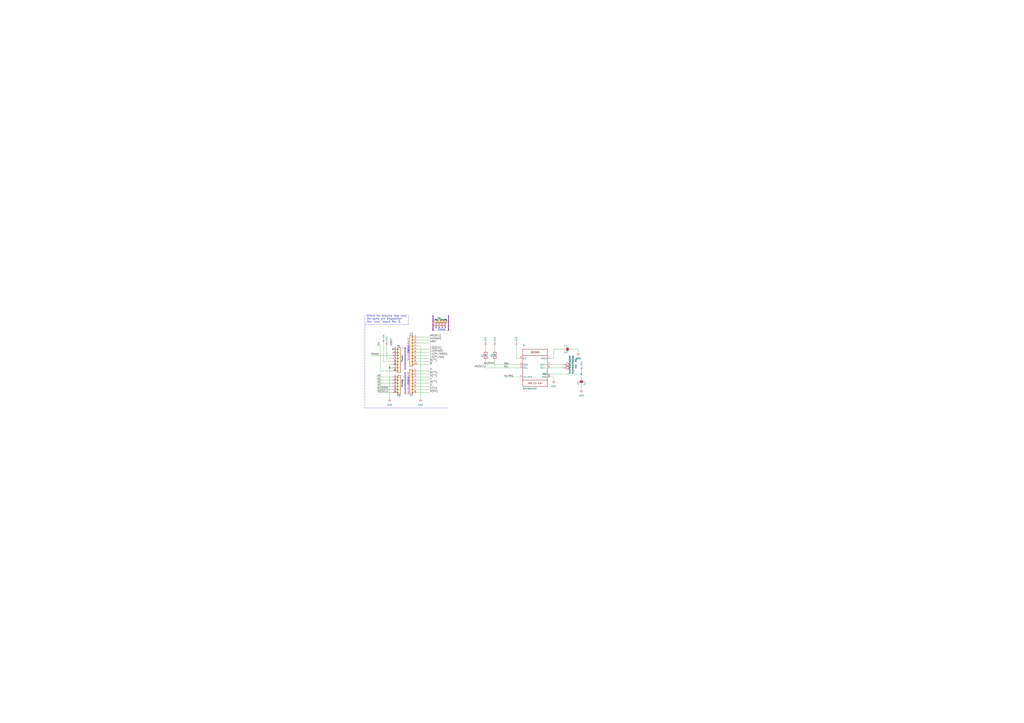
<source format=kicad_sch>
(kicad_sch (version 20211123) (generator eeschema)
  (paper "A1")
  (title_block (date "lun. 30 mars 2015"))
  (lib_symbols
    (symbol "ArduinoShield-eagle-import:CAP_CERAMIC0805-NOOUTLINE"
      (property "Reference" "C" (at -2.29 1.25 90))
      (property "Value" "CAP_CERAMIC0805-NOOUTLINE" (at 2.3 1.25 90))
      (symbol "CAP_CERAMIC0805-NOOUTLINE_1_0"
        (rectangle (start -1.27 0.508) (end 1.27 1.016) (fill (type outline)))
        (rectangle (start -1.27 1.524) (end 1.27 2.032) (fill (type outline)))
        (polyline (pts (xy 0 0.762) (xy 0 0)) (stroke (width 0.1524)))
        (polyline (pts (xy 0 2.54) (xy 0 1.778)) (stroke (width 0.1524)))
        (pin passive line (at 0 5.08 270) (length 2.54) (name "1") (number "1"))
        (pin passive line (at 0 -2.54 90) (length 2.54) (name "2") (number "2"))
      )
    )
    (symbol "ArduinoShield-eagle-import:DRV2605_SOP"
      (property "Reference" "U" (at -10.16 17.78 0))
      (property "Value" "DRV2605_SOP" (at -10.16 -17.78 0))
      (symbol "DRV2605_SOP_1_0"
        (polyline (pts (xy -10.16 -15.24) (xy 10.16 -15.24)) (stroke (width 0.254)))
        (polyline (pts (xy -10.16 -10.16) (xy -10.16 -15.24)) (stroke (width 0.254)))
        (polyline (pts (xy -10.16 -10.16) (xy -10.16 10.16)) (stroke (width 0.254)))
        (polyline (pts (xy -10.16 10.16) (xy -10.16 15.24)) (stroke (width 0.254)))
        (polyline (pts (xy -10.16 10.16) (xy 10.16 10.16)) (stroke (width 0.254)))
        (polyline (pts (xy -10.16 15.24) (xy 10.16 15.24)) (stroke (width 0.254)))
        (polyline (pts (xy 10.16 -15.24) (xy 10.16 -10.16)) (stroke (width 0.254)))
        (polyline (pts (xy 10.16 -10.16) (xy -10.16 -10.16)) (stroke (width 0.254)))
        (polyline (pts (xy 10.16 10.16) (xy 10.16 -10.16)) (stroke (width 0.254)))
        (polyline (pts (xy 10.16 15.24) (xy 10.16 10.16)) (stroke (width 0.254)))
        (text "DRV2605" (at 0 12.7 0) (effects (font (size 1.27 1.0795))))
        (text "VDD: 2.5-5.5V" (at 0 -12.7 0) (effects (font (size 1.27 1.0795))))
        (pin output line (at 12.7 7.62 180) (length 2.54) (name "VREG") (number "1"))
        (pin power_in line (at 12.7 -5.08 180) (length 2.54) (name "VDD") (number "10"))
        (pin input line (at -12.7 0 0) (length 2.54) (name "SCL") (number "2"))
        (pin bidirectional line (at -12.7 2.54 0) (length 2.54) (name "SDA") (number "3"))
        (pin input line (at -12.7 -7.62 0) (length 2.54) (name "IN/TRIG") (number "4"))
        (pin input line (at -12.7 7.62 0) (length 2.54) (name "EN") (number "5"))
        (pin power_in line (at 12.7 -5.08 180) (length 2.54) (name "VDD") (number "6"))
        (pin output line (at 12.7 2.54 180) (length 2.54) (name "OUT+") (number "7"))
        (pin power_in line (at 12.7 -7.62 180) (length 2.54) (name "GND") (number "8"))
        (pin output line (at 12.7 0 180) (length 2.54) (name "OUT-") (number "9"))
      )
    )
    (symbol "ArduinoShield-eagle-import:RESISTOR0805_NOOUTLINE"
      (property "Reference" "R" (at 0 2.54 0))
      (property "Value" "RESISTOR0805_NOOUTLINE" (at 0 0 0))
      (symbol "RESISTOR0805_NOOUTLINE_1_0"
        (polyline (pts (xy -2.54 -1.27) (xy -2.54 1.27)) (stroke (width 0.254)))
        (polyline (pts (xy -2.54 1.27) (xy 2.54 1.27)) (stroke (width 0.254)))
        (polyline (pts (xy 2.54 -1.27) (xy -2.54 -1.27)) (stroke (width 0.254)))
        (polyline (pts (xy 2.54 1.27) (xy 2.54 -1.27)) (stroke (width 0.254)))
        (pin passive line (at -5.08 0 0) (length 2.54) (name "1") (number "1"))
        (pin passive line (at 5.08 0 180) (length 2.54) (name "2") (number "2"))
      )
    )
    (symbol "ArduinoShield-eagle-import:TESTPOINTPAD2MM"
      (property "Reference" "TP" (at -2.54 7.62 0))
      (property "Value" "TESTPOINTPAD2MM" (at -2.54 5.715 0))
      (symbol "TESTPOINTPAD2MM_1_0"
        (circle (center 0 3.81) (radius 1.27) (stroke (width 0.254)))
        (pin bidirectional line (at 0 0 90) (length 2.54) (name "P$1") (number "P$1"))
      )
    )
    (symbol "Connector_Generic:Conn_01x01" (pin_names (offset 1.016) hide)
      (property "Reference" "J" (at 0 2.54 0))
      (property "Value" "Conn_01x01" (at 0 -2.54 0))
      (symbol "Conn_01x01_1_1"
        (rectangle (start -1.27 0.127) (end 0 -0.127) (stroke (width 0.1524)))
        (rectangle (start -1.27 1.27) (end 1.27 -1.27) (stroke (width 0.254)) (fill (type background)))
        (pin passive line (at -5.08 0 0) (length 3.81) (name "Pin_1") (number "1"))
      )
    )
    (symbol "Connector_Generic:Conn_01x06" (pin_names (offset 1.016) hide)
      (property "Reference" "J" (at 0 7.62 0))
      (property "Value" "Conn_01x06" (at 0 -10.16 0))
      (symbol "Conn_01x06_1_1"
        (rectangle (start -1.27 -7.493) (end 0 -7.747) (stroke (width 0.1524)))
        (rectangle (start -1.27 -4.953) (end 0 -5.207) (stroke (width 0.1524)))
        (rectangle (start -1.27 -2.413) (end 0 -2.667) (stroke (width 0.1524)))
        (rectangle (start -1.27 0.127) (end 0 -0.127) (stroke (width 0.1524)))
        (rectangle (start -1.27 2.667) (end 0 2.413) (stroke (width 0.1524)))
        (rectangle (start -1.27 5.207) (end 0 4.953) (stroke (width 0.1524)))
        (rectangle (start -1.27 6.35) (end 1.27 -8.89) (stroke (width 0.254)) (fill (type background)))
        (pin passive line (at -5.08 5.08 0) (length 3.81) (name "Pin_1") (number "1"))
        (pin passive line (at -5.08 2.54 0) (length 3.81) (name "Pin_2") (number "2"))
        (pin passive line (at -5.08 0 0) (length 3.81) (name "Pin_3") (number "3"))
        (pin passive line (at -5.08 -2.54 0) (length 3.81) (name "Pin_4") (number "4"))
        (pin passive line (at -5.08 -5.08 0) (length 3.81) (name "Pin_5") (number "5"))
        (pin passive line (at -5.08 -7.62 0) (length 3.81) (name "Pin_6") (number "6"))
      )
    )
    (symbol "Connector_Generic:Conn_01x08" (pin_names (offset 1.016) hide)
      (property "Reference" "J" (at 0 10.16 0))
      (property "Value" "Conn_01x08" (at 0 -12.7 0))
      (symbol "Conn_01x08_1_1"
        (rectangle (start -1.27 -10.033) (end 0 -10.287) (stroke (width 0.1524)))
        (rectangle (start -1.27 -7.493) (end 0 -7.747) (stroke (width 0.1524)))
        (rectangle (start -1.27 -4.953) (end 0 -5.207) (stroke (width 0.1524)))
        (rectangle (start -1.27 -2.413) (end 0 -2.667) (stroke (width 0.1524)))
        (rectangle (start -1.27 0.127) (end 0 -0.127) (stroke (width 0.1524)))
        (rectangle (start -1.27 2.667) (end 0 2.413) (stroke (width 0.1524)))
        (rectangle (start -1.27 5.207) (end 0 4.953) (stroke (width 0.1524)))
        (rectangle (start -1.27 7.747) (end 0 7.493) (stroke (width 0.1524)))
        (rectangle (start -1.27 8.89) (end 1.27 -11.43) (stroke (width 0.254)) (fill (type background)))
        (pin passive line (at -5.08 7.62 0) (length 3.81) (name "Pin_1") (number "1"))
        (pin passive line (at -5.08 5.08 0) (length 3.81) (name "Pin_2") (number "2"))
        (pin passive line (at -5.08 2.54 0) (length 3.81) (name "Pin_3") (number "3"))
        (pin passive line (at -5.08 0 0) (length 3.81) (name "Pin_4") (number "4"))
        (pin passive line (at -5.08 -2.54 0) (length 3.81) (name "Pin_5") (number "5"))
        (pin passive line (at -5.08 -5.08 0) (length 3.81) (name "Pin_6") (number "6"))
        (pin passive line (at -5.08 -7.62 0) (length 3.81) (name "Pin_7") (number "7"))
        (pin passive line (at -5.08 -10.16 0) (length 3.81) (name "Pin_8") (number "8"))
      )
    )
    (symbol "Connector_Generic:Conn_01x10" (pin_names (offset 1.016) hide)
      (property "Reference" "J" (at 0 12.7 0))
      (property "Value" "Conn_01x10" (at 0 -15.24 0))
      (symbol "Conn_01x10_1_1"
        (rectangle (start -1.27 -12.573) (end 0 -12.827) (stroke (width 0.1524)))
        (rectangle (start -1.27 -10.033) (end 0 -10.287) (stroke (width 0.1524)))
        (rectangle (start -1.27 -7.493) (end 0 -7.747) (stroke (width 0.1524)))
        (rectangle (start -1.27 -4.953) (end 0 -5.207) (stroke (width 0.1524)))
        (rectangle (start -1.27 -2.413) (end 0 -2.667) (stroke (width 0.1524)))
        (rectangle (start -1.27 0.127) (end 0 -0.127) (stroke (width 0.1524)))
        (rectangle (start -1.27 2.667) (end 0 2.413) (stroke (width 0.1524)))
        (rectangle (start -1.27 5.207) (end 0 4.953) (stroke (width 0.1524)))
        (rectangle (start -1.27 7.747) (end 0 7.493) (stroke (width 0.1524)))
        (rectangle (start -1.27 10.287) (end 0 10.033) (stroke (width 0.1524)))
        (rectangle (start -1.27 11.43) (end 1.27 -13.97) (stroke (width 0.254)) (fill (type background)))
        (pin passive line (at -5.08 10.16 0) (length 3.81) (name "Pin_1") (number "1"))
        (pin passive line (at -5.08 -12.7 0) (length 3.81) (name "Pin_10") (number "10"))
        (pin passive line (at -5.08 7.62 0) (length 3.81) (name "Pin_2") (number "2"))
        (pin passive line (at -5.08 5.08 0) (length 3.81) (name "Pin_3") (number "3"))
        (pin passive line (at -5.08 2.54 0) (length 3.81) (name "Pin_4") (number "4"))
        (pin passive line (at -5.08 0 0) (length 3.81) (name "Pin_5") (number "5"))
        (pin passive line (at -5.08 -2.54 0) (length 3.81) (name "Pin_6") (number "6"))
        (pin passive line (at -5.08 -5.08 0) (length 3.81) (name "Pin_7") (number "7"))
        (pin passive line (at -5.08 -7.62 0) (length 3.81) (name "Pin_8") (number "8"))
        (pin passive line (at -5.08 -10.16 0) (length 3.81) (name "Pin_9") (number "9"))
      )
    )
    (symbol "power:+3.3V" (power) (pin_names (offset 0))
      (property "Value" "+3.3V" (at 0 3.556 0))
      (symbol "+3.3V_0_1"
        (polyline (pts (xy -0.762 1.27) (xy 0 2.54)))
        (polyline (pts (xy 0 0) (xy 0 2.54)))
        (polyline (pts (xy 0 2.54) (xy 0.762 1.27)))
      )
      (symbol "+3.3V_1_1"
        (pin power_in line (at 0 0 90) (length 0) hide (name "+3V3") (number "1"))
      )
    )
    (symbol "power:+5V" (power) (pin_names (offset 0))
      (property "Value" "+5V" (at 0 3.556 0))
      (symbol "+5V_0_1"
        (polyline (pts (xy -0.762 1.27) (xy 0 2.54)))
        (polyline (pts (xy 0 0) (xy 0 2.54)))
        (polyline (pts (xy 0 2.54) (xy 0.762 1.27)))
      )
      (symbol "+5V_1_1"
        (pin power_in line (at 0 0 90) (length 0) hide (name "+5V") (number "1"))
      )
    )
    (symbol "power:GND" (power) (pin_names (offset 0))
      (property "Value" "GND" (at 0 -3.81 0))
      (symbol "GND_0_1"
        (polyline (pts (xy 0 0) (xy 0 -1.27) (xy 1.27 -1.27) (xy 0 -2.54) (xy -1.27 -1.27) (xy 0 -1.27)))
      )
      (symbol "GND_1_1"
        (pin power_in line (at 0 0 270) (length 0) hide (name "GND") (number "1"))
      )
    )
  )
  (junction (at 477.52 307.34))
  (junction (at 320.04 302.26) (diameter 1.016))
  (no_connect (at 363.22 269.24))
  (no_connect (at 358.14 269.24))
  (no_connect (at 360.68 269.24))
  (no_connect (at 365.76 269.24))
  (no_connect (at 322.58 287.02))
  (wire (pts (xy 322.58 294.64) (xy 317.5 294.64)))
  (wire (pts (xy 322.58 317.5) (xy 309.88 317.5)))
  (polyline (pts (xy 335.28 266.7) (xy 335.28 259.08)) (stroke (width 0) (type dash)))
  (wire (pts (xy 454.66 294.64) (xy 454.66 287.02)))
  (wire (pts (xy 342.9 309.88) (xy 353.06 309.88)))
  (wire (pts (xy 454.66 287.02) (xy 462.28 287.02)))
  (wire (pts (xy 474.98 287.02) (xy 474.98 289.56)))
  (wire (pts (xy 406.4 299.72) (xy 406.4 297.18)))
  (wire (pts (xy 454.66 309.88) (xy 454.66 312.42)))
  (wire (pts (xy 320.04 299.72) (xy 320.04 302.26)))
  (wire (pts (xy 398.78 302.26) (xy 398.78 297.18)))
  (wire (pts (xy 342.9 289.56) (xy 353.06 289.56)))
  (wire (pts (xy 345.44 284.48) (xy 345.44 327.66)))
  (wire (pts (xy 477.52 307.34) (xy 477.52 304.8)))
  (wire (pts (xy 322.58 299.72) (xy 320.04 299.72)))
  (wire (pts (xy 426.72 294.64) (xy 424.18 294.64)))
  (wire (pts (xy 342.9 299.72) (xy 353.06 299.72)))
  (wire (pts (xy 322.58 297.18) (xy 314.96 297.18)))
  (wire (pts (xy 342.9 287.02) (xy 353.06 287.02)))
  (wire (pts (xy 469.9 287.02) (xy 474.98 287.02)))
  (wire (pts (xy 342.9 304.8) (xy 353.06 304.8)))
  (wire (pts (xy 322.58 312.42) (xy 309.88 312.42)))
  (wire (pts (xy 342.9 276.86) (xy 353.06 276.86)))
  (wire (pts (xy 452.12 302.26) (xy 462.28 302.26)))
  (wire (pts (xy 342.9 317.5) (xy 353.06 317.5)))
  (wire (pts (xy 426.72 302.26) (xy 398.78 302.26)))
  (wire (pts (xy 406.4 287.02) (xy 406.4 284.48)))
  (wire (pts (xy 322.58 304.8) (xy 312.42 304.8)))
  (wire (pts (xy 452.12 299.72) (xy 462.28 299.72)))
  (wire (pts (xy 477.52 317.5) (xy 477.52 320.04)))
  (wire (pts (xy 322.58 309.88) (xy 309.88 309.88)))
  (wire (pts (xy 342.9 292.1) (xy 353.06 292.1)))
  (wire (pts (xy 322.58 320.04) (xy 309.88 320.04)))
  (wire (pts (xy 426.72 309.88) (xy 414.02 309.88)))
  (polyline (pts (xy 368.3 271.78) (xy 355.6 271.78)) (stroke (width 0) (type dash)))
  (wire (pts (xy 322.58 292.1) (xy 304.8 292.1)))
  (wire (pts (xy 342.9 284.48) (xy 345.44 284.48)))
  (wire (pts (xy 322.58 302.26) (xy 320.04 302.26)))
  (wire (pts (xy 342.9 297.18) (xy 353.06 297.18)))
  (wire (pts (xy 320.04 302.26) (xy 320.04 327.66)))
  (wire (pts (xy 312.42 304.8) (xy 312.42 284.48)))
  (polyline (pts (xy 299.72 335.28) (xy 368.3 335.28)) (stroke (width 0) (type dash)))
  (wire (pts (xy 342.9 314.96) (xy 353.06 314.96)))
  (wire (pts (xy 322.58 322.58) (xy 309.88 322.58)))
  (wire (pts (xy 342.9 320.04) (xy 353.06 320.04)))
  (polyline (pts (xy 355.6 271.78) (xy 355.6 259.08)) (stroke (width 0) (type dash)))
  (wire (pts (xy 452.12 307.34) (xy 477.52 307.34)))
  (wire (pts (xy 342.9 307.34) (xy 353.06 307.34)))
  (wire (pts (xy 477.52 307.34) (xy 477.52 309.88)))
  (wire (pts (xy 426.72 299.72) (xy 406.4 299.72)))
  (wire (pts (xy 314.96 297.18) (xy 314.96 281.94)))
  (wire (pts (xy 342.9 279.4) (xy 353.06 279.4)))
  (wire (pts (xy 342.9 312.42) (xy 353.06 312.42)))
  (wire (pts (xy 452.12 309.88) (xy 454.66 309.88)))
  (wire (pts (xy 342.9 281.94) (xy 353.06 281.94)))
  (polyline (pts (xy 299.72 259.08) (xy 299.72 335.28)) (stroke (width 0) (type dash)))
  (wire (pts (xy 317.5 294.64) (xy 317.5 284.48)))
  (wire (pts (xy 322.58 284.48) (xy 322.58 287.02)))
  (wire (pts (xy 342.9 322.58) (xy 353.06 322.58)))
  (wire (pts (xy 342.9 294.64) (xy 353.06 294.64)))
  (wire (pts (xy 398.78 287.02) (xy 398.78 284.48)))
  (wire (pts (xy 452.12 294.64) (xy 454.66 294.64)))
  (wire (pts (xy 424.18 294.64) (xy 424.18 284.48)))
  (wire (pts (xy 322.58 314.96) (xy 309.88 314.96)))
  (polyline (pts (xy 299.72 266.7) (xy 335.28 266.7)) (stroke (width 0) (type dash)))
  (text "Holes" (at 359.41 271.78 0) (effects (font (size 1.524 1.524)) (justify left bottom)))
  (text "Shield for Arduino that uses\nthe same pin disposition\nlike \"Uno\" board Rev 3." (at 300.99 265.43 0) (effects (font (size 1.524 1.524)) (justify left bottom)))
  (text "1" (at 330.2 287.02 0) (effects (font (size 1.524 1.524)) (justify left bottom)))
  (label "Vin" (at 312.42 284.48 90) (effects (font (size 1.524 1.524))))
  (label "0(Rx)" (at 353.06 322.58 0) (effects (font (size 1.524 1.524))))
  (label "A4(SDA)" (at 309.88 320.04 0) (effects (font (size 1.524 1.524))))
  (label "IN/TRIG" (at 414.02 309.88 0) (effects (font (size 1.2446 1.2446))))
  (label "4" (at 353.06 312.42 0) (effects (font (size 1.524 1.524))))
  (label "A4(SDA)" (at 406.4 299.72 180) (effects (font (size 1.524 1.524))))
  (label "SDA" (at 414.02 299.72 0) (effects (font (size 1.2446 1.2446))))
  (label "5(**)" (at 353.06 309.88 0) (effects (font (size 1.524 1.524))))
  (label "A2" (at 309.88 314.96 0) (effects (font (size 1.524 1.524))))
  (label "A5(SCL)" (at 309.88 322.58 0) (effects (font (size 1.524 1.524))))
  (label "A0" (at 309.88 309.88 0) (effects (font (size 1.524 1.524))))
  (label "SCL" (at 414.02 302.26 0) (effects (font (size 1.2446 1.2446))))
  (label "A1" (at 309.88 312.42 0) (effects (font (size 1.524 1.524))))
  (label "10(**/SS)" (at 353.06 294.64 0) (effects (font (size 1.524 1.524))))
  (label "13(SCK)" (at 353.06 287.02 0) (effects (font (size 1.524 1.524))))
  (label "A5(SCL)" (at 398.78 302.26 180) (effects (font (size 1.524 1.524))))
  (label "7" (at 353.06 304.8 0) (effects (font (size 1.524 1.524))))
  (label "A4(SDA)" (at 353.06 279.4 0) (effects (font (size 1.524 1.524))))
  (label "A3" (at 309.88 317.5 0) (effects (font (size 1.524 1.524))))
  (label "Reset" (at 304.8 292.1 0) (effects (font (size 1.524 1.524))))
  (label "2" (at 353.06 317.5 0) (effects (font (size 1.524 1.524))))
  (label "12(MISO)" (at 353.06 289.56 0) (effects (font (size 1.524 1.524))))
  (label "3(**)" (at 353.06 314.96 0) (effects (font (size 1.524 1.524))))
  (label "9(**)" (at 353.06 297.18 0) (effects (font (size 1.524 1.524))))
  (label "8" (at 353.06 299.72 0) (effects (font (size 1.524 1.524))))
  (label "A5(SCL)" (at 353.06 276.86 0) (effects (font (size 1.524 1.524))))
  (label "IOREF" (at 322.58 284.48 90) (effects (font (size 1.524 1.524))))
  (label "AREF" (at 353.06 281.94 0) (effects (font (size 1.524 1.524))))
  (label "11(**/MOSI)" (at 353.06 292.1 0) (effects (font (size 1.524 1.524))))
  (label "1(Tx)" (at 353.06 320.04 0) (effects (font (size 1.524 1.524))))
  (label "6(**)" (at 353.06 307.34 0) (effects (font (size 1.524 1.524))))
  (symbol (lib_id "Connector_Generic:Conn_01x08") (at 327.66 294.64 0) (unit 1)
    (property "Reference" "P1" (at 327.66 284.48 0))
    (property "Value" "Power" (at 330.2 294.64 90))
    (property "Footprint" "Socket_Arduino_Uno:Socket_Strip_Arduino_1x08" (at 332.74 294.64 90) (effects (font (size 0.508 0.508))))
  )
  (symbol (lib_id "power:+3.3V") (at 317.5 284.48 0) (unit 1)
    (property "Reference" "#PWR01" (effects hide))
    (property "Value" "+3.3V" (at 317.5 279.4 90))
  )
  (symbol (lib_id "power:+5V") (at 314.96 281.94 0) (unit 1)
    (property "Reference" "#PWR02" (effects hide))
    (property "Value" "+5V" (at 314.96 276.86 90))
  )
  (symbol (lib_id "power:GND") (at 320.04 327.66 0) (unit 1)
    (property "Reference" "#PWR03" (effects hide))
    (property "Value" "GND" (at 320.04 332.74 0))
  )
  (symbol (lib_id "power:GND") (at 345.44 327.66 0) (unit 1)
    (property "Reference" "#PWR04" (effects hide))
    (property "Value" "GND" (at 345.44 332.74 0))
  )
  (symbol (lib_id "Connector_Generic:Conn_01x06") (at 327.66 314.96 0) (unit 1)
    (property "Reference" "P2" (at 327.66 325.12 0))
    (property "Value" "Analog" (at 330.2 314.96 90))
    (property "Footprint" "Socket_Arduino_Uno:Socket_Strip_Arduino_1x06" (at 332.74 314.96 90) (effects (font (size 0.508 0.508))))
  )
  (symbol (lib_id "Connector_Generic:Conn_01x01") (at 358.14 264.16 90) (unit 1)
    (property "Reference" "P5" (at 358.14 262.89 90))
    (property "Value" "CONN_01X01" (effects hide))
    (property "Footprint" "Socket_Arduino_Uno:Arduino_1pin" (at 355.6 265.43 0) (effects (font (size 0.508 0.508))))
  )
  (symbol (lib_id "Connector_Generic:Conn_01x01") (at 360.68 264.16 90) (unit 1)
    (property "Reference" "P6" (at 360.68 261.62 90))
    (property "Value" "CONN_01X01" (effects hide))
    (property "Footprint" "Socket_Arduino_Uno:Arduino_1pin" (effects hide))
  )
  (symbol (lib_id "Connector_Generic:Conn_01x01") (at 363.22 264.16 90) (unit 1)
    (property "Reference" "P7" (at 363.22 262.89 90))
    (property "Value" "CONN_01X01" (effects hide))
    (property "Footprint" "Socket_Arduino_Uno:Arduino_1pin" (effects hide))
  )
  (symbol (lib_id "Connector_Generic:Conn_01x01") (at 365.76 264.16 90) (unit 1)
    (property "Reference" "P8" (at 365.76 262.89 90))
    (property "Value" "CONN_01X01" (effects hide))
    (property "Footprint" "Socket_Arduino_Uno:Arduino_1pin" (at 368.3 265.43 0) (effects (font (size 0.508 0.508))))
  )
  (symbol (lib_id "Connector_Generic:Conn_01x08") (at 337.82 312.42 0) (mirror y) (unit 1)
    (property "Reference" "P4" (at 337.82 325.12 0))
    (property "Value" "Digital" (at 335.28 312.42 90))
    (property "Footprint" "Socket_Arduino_Uno:Socket_Strip_Arduino_1x08" (at 335.28 314.96 90) (effects (font (size 0.508 0.508))))
  )
  (symbol (lib_id "Connector_Generic:Conn_01x10") (at 337.82 287.02 0) (mirror y) (unit 1)
    (property "Reference" "P3" (at 337.82 274.32 0))
    (property "Value" "Digital" (at 335.28 287.02 90))
    (property "Footprint" "Socket_Arduino_Uno:Socket_Strip_Arduino_1x10" (at 335.28 287.02 90) (effects (font (size 0.508 0.508))))
  )
  (symbol (lib_id "power:GND") (at 454.66 312.42 0) (unit 1)
    (property "Reference" "#PWR?" (effects hide))
    (property "Value" "GND" (at 454.66 317.5 0))
  )
  (symbol (lib_id "power:GND") (at 477.52 320.04 0) (unit 1)
    (property "Reference" "#PWR?" (effects hide))
    (property "Value" "GND" (at 477.52 325.12 0))
  )
  (symbol (lib_id "power:+3.3V") (at 477.52 304.8 0) (unit 1)
    (property "Reference" "#PWR?" (effects hide))
    (property "Value" "+3.3V" (at 477.52 299.72 90))
  )
  (symbol (lib_id "ArduinoShield-eagle-import:CAP_CERAMIC0805-NOOUTLINE") (at 477.52 314.96 0) (unit 1)
    (property "Reference" "C2" (at 474.98 314.96 90))
    (property "Value" "1uF" (at 480.06 314.96 90))
    (property "Footprint" "0805-NO" (effects hide))
  )
  (symbol (lib_id "power:+3.3V") (at 398.78 284.48 0) (unit 1)
    (property "Reference" "#PWR?" (effects hide))
    (property "Value" "+3.3V" (at 398.78 279.4 90))
  )
  (symbol (lib_id "power:GND") (at 474.98 289.56 0) (unit 1)
    (property "Reference" "#PWR?" (effects hide))
    (property "Value" "GND" (at 474.98 294.64 0))
  )
  (symbol (lib_id "ArduinoShield-eagle-import:TESTPOINTPAD2MM") (at 462.28 299.72 270) (unit 1)
    (property "Reference" "TP1" (at 472.44 294.64 0) (effects (font (size 1.27 1.0795)) (justify left bottom)))
    (property "Value" "TESTPOINTPAD2MM" (at 469.9 292.1 0) (effects (font (size 1.27 1.0795)) (justify left bottom)))
    (property "Footprint" "TESTPOINT_PAD_2MM" (effects hide))
  )
  (symbol (lib_id "ArduinoShield-eagle-import:DRV2605_SOP") (at 439.42 302.26 0) (unit 1)
    (property "Reference" "U1" (at 429.26 284.48 0) (effects (font (size 1.27 1.0795)) (justify left bottom)))
    (property "Value" "DRV2605LDGS" (at 429.26 320.04 0) (effects (font (size 1.27 1.0795)) (justify left bottom)))
    (property "Footprint" "PSOP10" (effects hide))
  )
  (symbol (lib_id "power:+3.3V") (at 424.18 284.48 0) (unit 1)
    (property "Reference" "#PWR?" (effects hide))
    (property "Value" "+3.3V" (at 424.18 279.4 90))
  )
  (symbol (lib_id "power:+3.3V") (at 406.4 284.48 0) (unit 1)
    (property "Reference" "#PWR?" (effects hide))
    (property "Value" "+3.3V" (at 406.4 279.4 90))
  )
  (symbol (lib_id "ArduinoShield-eagle-import:TESTPOINTPAD2MM") (at 462.28 302.26 270) (unit 1)
    (property "Reference" "TP2" (at 472.44 299.72 0) (effects (font (size 1.27 1.0795)) (justify left bottom)))
    (property "Value" "TESTPOINTPAD2MM" (at 467.36 292.1 0) (effects (font (size 1.27 1.0795)) (justify left bottom)))
    (property "Footprint" "TESTPOINT_PAD_2MM" (effects hide))
  )
  (symbol (lib_id "ArduinoShield-eagle-import:RESISTOR0805_NOOUTLINE") (at 406.4 292.1 90) (unit 1)
    (property "Reference" "R2" (at 403.86 292.1 0))
    (property "Value" "10K" (at 406.4 292.1 0) (effects (font (size 1.016 1.016) bold)))
    (property "Footprint" "0805-NO" (effects hide))
  )
  (symbol (lib_id "ArduinoShield-eagle-import:RESISTOR0805_NOOUTLINE") (at 398.78 292.1 90) (unit 1)
    (property "Reference" "R1" (at 396.24 292.1 0))
    (property "Value" "10K" (at 398.78 292.1 0) (effects (font (size 1.016 1.016) bold)))
    (property "Footprint" "0805-NO" (effects hide))
  )
  (symbol (lib_id "ArduinoShield-eagle-import:CAP_CERAMIC0805-NOOUTLINE") (at 464.82 287.02 270) (unit 1)
    (property "Reference" "C1" (at 464.82 284.48 90))
    (property "Value" "1uF" (at 464.82 289.56 90))
    (property "Footprint" "0805-NO" (effects hide))
  )
)
</source>
